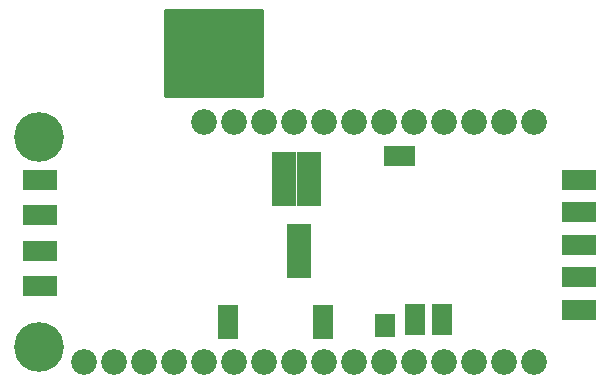
<source format=gbs>
G04 #@! TF.GenerationSoftware,KiCad,Pcbnew,(2018-02-15 revision 29b28de31)-makepkg*
G04 #@! TF.CreationDate,2018-11-16T08:15:48+03:00*
G04 #@! TF.ProjectId,ATM90E26_Featherwing,41544D39304532365F46656174686572,rev?*
G04 #@! TF.SameCoordinates,Original*
G04 #@! TF.FileFunction,Soldermask,Bot*
G04 #@! TF.FilePolarity,Negative*
%FSLAX46Y46*%
G04 Gerber Fmt 4.6, Leading zero omitted, Abs format (unit mm)*
G04 Created by KiCad (PCBNEW (2018-02-15 revision 29b28de31)-makepkg) date 11/16/18 08:15:48*
%MOMM*%
%LPD*%
G01*
G04 APERTURE LIST*
%ADD10R,2.940000X1.670000*%
%ADD11R,1.670000X2.940000*%
%ADD12R,2.000200X1.568400*%
%ADD13R,1.035000X1.670000*%
%ADD14C,4.210000*%
%ADD15C,2.178000*%
%ADD16R,1.670000X1.035000*%
%ADD17C,0.254000*%
G04 APERTURE END LIST*
D10*
X171712000Y-113500000D03*
X171712000Y-110750000D03*
X171712000Y-119000000D03*
X126000000Y-108000000D03*
X126000000Y-117000000D03*
X126000000Y-114000000D03*
X126000000Y-111000000D03*
D11*
X142000000Y-120000000D03*
D10*
X171712000Y-108000000D03*
D11*
X150000000Y-120000000D03*
D10*
X171712000Y-116250000D03*
D12*
X148000000Y-115524000D03*
X148000000Y-114000000D03*
X148000000Y-112476000D03*
X148852000Y-109449000D03*
X148852000Y-107925000D03*
X148852000Y-106401000D03*
X146693000Y-109449000D03*
X146693000Y-107925000D03*
X146693000Y-106401000D03*
D13*
X157284800Y-106000000D03*
X156472000Y-106000000D03*
X155659200Y-106000000D03*
D14*
X125992000Y-104369000D03*
X125992000Y-122149000D03*
D15*
X139962000Y-103099000D03*
X142502000Y-103099000D03*
X145042000Y-103099000D03*
X147582000Y-103099000D03*
X150122000Y-103099000D03*
X152662000Y-103099000D03*
X155202000Y-103099000D03*
X157742000Y-103099000D03*
X160282000Y-103099000D03*
X162822000Y-103099000D03*
X165362000Y-103099000D03*
X167902000Y-103099000D03*
X139962000Y-123419000D03*
X142502000Y-123419000D03*
X145042000Y-123419000D03*
X147582000Y-123419000D03*
X150122000Y-123419000D03*
X152662000Y-123419000D03*
X155202000Y-123419000D03*
X157742000Y-123419000D03*
X160282000Y-123419000D03*
X162822000Y-123419000D03*
X165362000Y-123419000D03*
X167902000Y-123419000D03*
X137422000Y-123419000D03*
X134882000Y-123419000D03*
X132342000Y-123419000D03*
X129802000Y-123419000D03*
D16*
X160091000Y-120662800D03*
X160091000Y-119850000D03*
X160091000Y-119037200D03*
X157792000Y-119037200D03*
X157792000Y-119850000D03*
X157792000Y-120662800D03*
X155252000Y-120794000D03*
X155252000Y-119894000D03*
D17*
G36*
X144873000Y-100873000D02*
X136627000Y-100873000D01*
X136627000Y-93627000D01*
X144873000Y-93627000D01*
X144873000Y-100873000D01*
X144873000Y-100873000D01*
G37*
X144873000Y-100873000D02*
X136627000Y-100873000D01*
X136627000Y-93627000D01*
X144873000Y-93627000D01*
X144873000Y-100873000D01*
M02*

</source>
